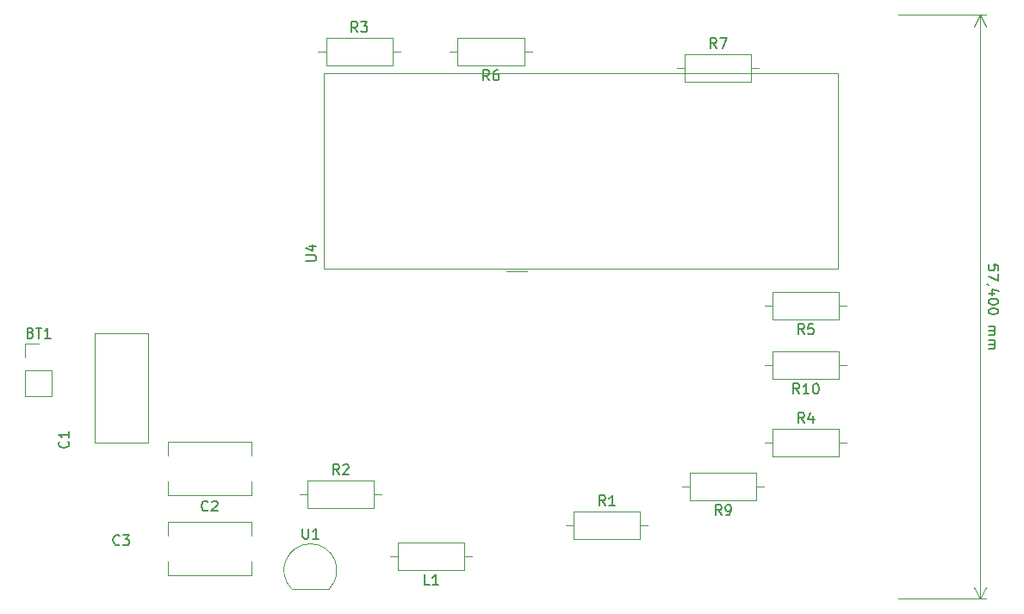
<source format=gbr>
G04 #@! TF.GenerationSoftware,KiCad,Pcbnew,5.1.2-1.fc30*
G04 #@! TF.CreationDate,2019-08-07T12:15:18+02:00*
G04 #@! TF.ProjectId,term,7465726d-2e6b-4696-9361-645f70636258,rev?*
G04 #@! TF.SameCoordinates,Original*
G04 #@! TF.FileFunction,Legend,Top*
G04 #@! TF.FilePolarity,Positive*
%FSLAX46Y46*%
G04 Gerber Fmt 4.6, Leading zero omitted, Abs format (unit mm)*
G04 Created by KiCad (PCBNEW 5.1.2-1.fc30) date 2019-08-07 12:15:18*
%MOMM*%
%LPD*%
G04 APERTURE LIST*
%ADD10C,0.150000*%
%ADD11C,0.120000*%
G04 APERTURE END LIST*
D10*
X230517619Y-96080952D02*
X230517619Y-95604761D01*
X230041428Y-95557142D01*
X230089047Y-95604761D01*
X230136666Y-95700000D01*
X230136666Y-95938095D01*
X230089047Y-96033333D01*
X230041428Y-96080952D01*
X229946190Y-96128571D01*
X229708095Y-96128571D01*
X229612857Y-96080952D01*
X229565238Y-96033333D01*
X229517619Y-95938095D01*
X229517619Y-95700000D01*
X229565238Y-95604761D01*
X229612857Y-95557142D01*
X230517619Y-96461904D02*
X230517619Y-97128571D01*
X229517619Y-96700000D01*
X229565238Y-97557142D02*
X229517619Y-97557142D01*
X229422380Y-97509523D01*
X229374761Y-97461904D01*
X230184285Y-98414285D02*
X229517619Y-98414285D01*
X230565238Y-98176190D02*
X229850952Y-97938095D01*
X229850952Y-98557142D01*
X230517619Y-99128571D02*
X230517619Y-99223809D01*
X230470000Y-99319047D01*
X230422380Y-99366666D01*
X230327142Y-99414285D01*
X230136666Y-99461904D01*
X229898571Y-99461904D01*
X229708095Y-99414285D01*
X229612857Y-99366666D01*
X229565238Y-99319047D01*
X229517619Y-99223809D01*
X229517619Y-99128571D01*
X229565238Y-99033333D01*
X229612857Y-98985714D01*
X229708095Y-98938095D01*
X229898571Y-98890476D01*
X230136666Y-98890476D01*
X230327142Y-98938095D01*
X230422380Y-98985714D01*
X230470000Y-99033333D01*
X230517619Y-99128571D01*
X230517619Y-100080952D02*
X230517619Y-100176190D01*
X230470000Y-100271428D01*
X230422380Y-100319047D01*
X230327142Y-100366666D01*
X230136666Y-100414285D01*
X229898571Y-100414285D01*
X229708095Y-100366666D01*
X229612857Y-100319047D01*
X229565238Y-100271428D01*
X229517619Y-100176190D01*
X229517619Y-100080952D01*
X229565238Y-99985714D01*
X229612857Y-99938095D01*
X229708095Y-99890476D01*
X229898571Y-99842857D01*
X230136666Y-99842857D01*
X230327142Y-99890476D01*
X230422380Y-99938095D01*
X230470000Y-99985714D01*
X230517619Y-100080952D01*
X229517619Y-101604761D02*
X230184285Y-101604761D01*
X230089047Y-101604761D02*
X230136666Y-101652380D01*
X230184285Y-101747619D01*
X230184285Y-101890476D01*
X230136666Y-101985714D01*
X230041428Y-102033333D01*
X229517619Y-102033333D01*
X230041428Y-102033333D02*
X230136666Y-102080952D01*
X230184285Y-102176190D01*
X230184285Y-102319047D01*
X230136666Y-102414285D01*
X230041428Y-102461904D01*
X229517619Y-102461904D01*
X229517619Y-102938095D02*
X230184285Y-102938095D01*
X230089047Y-102938095D02*
X230136666Y-102985714D01*
X230184285Y-103080952D01*
X230184285Y-103223809D01*
X230136666Y-103319047D01*
X230041428Y-103366666D01*
X229517619Y-103366666D01*
X230041428Y-103366666D02*
X230136666Y-103414285D01*
X230184285Y-103509523D01*
X230184285Y-103652380D01*
X230136666Y-103747619D01*
X230041428Y-103795238D01*
X229517619Y-103795238D01*
D11*
X228700000Y-71000000D02*
X228700000Y-128400000D01*
X220700000Y-71000000D02*
X229286421Y-71000000D01*
X220700000Y-128400000D02*
X229286421Y-128400000D01*
X228700000Y-128400000D02*
X228113579Y-127273496D01*
X228700000Y-128400000D02*
X229286421Y-127273496D01*
X228700000Y-71000000D02*
X228113579Y-72126504D01*
X228700000Y-71000000D02*
X229286421Y-72126504D01*
X171720000Y-74600000D02*
X170950000Y-74600000D01*
X163640000Y-74600000D02*
X164410000Y-74600000D01*
X170950000Y-73230000D02*
X164410000Y-73230000D01*
X170950000Y-75970000D02*
X170950000Y-73230000D01*
X164410000Y-75970000D02*
X170950000Y-75970000D01*
X164410000Y-73230000D02*
X164410000Y-75970000D01*
X164214000Y-95980000D02*
X164214000Y-76740000D01*
X164214000Y-95980000D02*
X214754000Y-95980000D01*
X214754000Y-95980000D02*
X214754000Y-76740000D01*
X214754000Y-76740000D02*
X164214000Y-76740000D01*
X182134000Y-96230000D02*
X184134000Y-96230000D01*
X161070000Y-127450000D02*
X164670000Y-127450000D01*
X161031522Y-127438478D02*
G75*
G02X162870000Y-123000000I1838478J1838478D01*
G01*
X164708478Y-127438478D02*
G75*
G03X162870000Y-123000000I-1838478J1838478D01*
G01*
X134814000Y-108518000D02*
X137474000Y-108518000D01*
X134814000Y-105918000D02*
X134814000Y-108518000D01*
X137474000Y-105918000D02*
X137474000Y-108518000D01*
X134814000Y-105918000D02*
X137474000Y-105918000D01*
X134814000Y-104648000D02*
X134814000Y-103318000D01*
X134814000Y-103318000D02*
X136144000Y-103318000D01*
X146892000Y-102286000D02*
X146892000Y-113026000D01*
X141652000Y-102286000D02*
X141652000Y-113026000D01*
X146892000Y-102286000D02*
X141652000Y-102286000D01*
X146892000Y-113026000D02*
X141652000Y-113026000D01*
X148848000Y-114314000D02*
X148848000Y-112950000D01*
X148848000Y-118190000D02*
X148848000Y-116826000D01*
X157088000Y-114314000D02*
X157088000Y-112950000D01*
X157088000Y-118190000D02*
X157088000Y-116826000D01*
X157088000Y-112950000D02*
X148848000Y-112950000D01*
X157088000Y-118190000D02*
X148848000Y-118190000D01*
X157088000Y-126064000D02*
X148848000Y-126064000D01*
X157088000Y-120824000D02*
X148848000Y-120824000D01*
X157088000Y-126064000D02*
X157088000Y-124700000D01*
X157088000Y-122188000D02*
X157088000Y-120824000D01*
X148848000Y-126064000D02*
X148848000Y-124700000D01*
X148848000Y-122188000D02*
X148848000Y-120824000D01*
X170712000Y-124206000D02*
X171482000Y-124206000D01*
X178792000Y-124206000D02*
X178022000Y-124206000D01*
X171482000Y-125576000D02*
X178022000Y-125576000D01*
X171482000Y-122836000D02*
X171482000Y-125576000D01*
X178022000Y-122836000D02*
X171482000Y-122836000D01*
X178022000Y-125576000D02*
X178022000Y-122836000D01*
X188754000Y-119788000D02*
X188754000Y-122528000D01*
X188754000Y-122528000D02*
X195294000Y-122528000D01*
X195294000Y-122528000D02*
X195294000Y-119788000D01*
X195294000Y-119788000D02*
X188754000Y-119788000D01*
X187984000Y-121158000D02*
X188754000Y-121158000D01*
X196064000Y-121158000D02*
X195294000Y-121158000D01*
X169902000Y-118110000D02*
X169132000Y-118110000D01*
X161822000Y-118110000D02*
X162592000Y-118110000D01*
X169132000Y-116740000D02*
X162592000Y-116740000D01*
X169132000Y-119480000D02*
X169132000Y-116740000D01*
X162592000Y-119480000D02*
X169132000Y-119480000D01*
X162592000Y-116740000D02*
X162592000Y-119480000D01*
X208312000Y-111660000D02*
X208312000Y-114400000D01*
X208312000Y-114400000D02*
X214852000Y-114400000D01*
X214852000Y-114400000D02*
X214852000Y-111660000D01*
X214852000Y-111660000D02*
X208312000Y-111660000D01*
X207542000Y-113030000D02*
X208312000Y-113030000D01*
X215622000Y-113030000D02*
X214852000Y-113030000D01*
X207542000Y-99568000D02*
X208312000Y-99568000D01*
X215622000Y-99568000D02*
X214852000Y-99568000D01*
X208312000Y-100938000D02*
X214852000Y-100938000D01*
X208312000Y-98198000D02*
X208312000Y-100938000D01*
X214852000Y-98198000D02*
X208312000Y-98198000D01*
X214852000Y-100938000D02*
X214852000Y-98198000D01*
X183890000Y-75970000D02*
X183890000Y-73230000D01*
X183890000Y-73230000D02*
X177350000Y-73230000D01*
X177350000Y-73230000D02*
X177350000Y-75970000D01*
X177350000Y-75970000D02*
X183890000Y-75970000D01*
X184660000Y-74600000D02*
X183890000Y-74600000D01*
X176580000Y-74600000D02*
X177350000Y-74600000D01*
X199676000Y-74830000D02*
X199676000Y-77570000D01*
X199676000Y-77570000D02*
X206216000Y-77570000D01*
X206216000Y-77570000D02*
X206216000Y-74830000D01*
X206216000Y-74830000D02*
X199676000Y-74830000D01*
X198906000Y-76200000D02*
X199676000Y-76200000D01*
X206986000Y-76200000D02*
X206216000Y-76200000D01*
X199414000Y-117348000D02*
X200184000Y-117348000D01*
X207494000Y-117348000D02*
X206724000Y-117348000D01*
X200184000Y-118718000D02*
X206724000Y-118718000D01*
X200184000Y-115978000D02*
X200184000Y-118718000D01*
X206724000Y-115978000D02*
X200184000Y-115978000D01*
X206724000Y-118718000D02*
X206724000Y-115978000D01*
X214852000Y-106780000D02*
X214852000Y-104040000D01*
X214852000Y-104040000D02*
X208312000Y-104040000D01*
X208312000Y-104040000D02*
X208312000Y-106780000D01*
X208312000Y-106780000D02*
X214852000Y-106780000D01*
X215622000Y-105410000D02*
X214852000Y-105410000D01*
X207542000Y-105410000D02*
X208312000Y-105410000D01*
D10*
X167513333Y-72682380D02*
X167180000Y-72206190D01*
X166941904Y-72682380D02*
X166941904Y-71682380D01*
X167322857Y-71682380D01*
X167418095Y-71730000D01*
X167465714Y-71777619D01*
X167513333Y-71872857D01*
X167513333Y-72015714D01*
X167465714Y-72110952D01*
X167418095Y-72158571D01*
X167322857Y-72206190D01*
X166941904Y-72206190D01*
X167846666Y-71682380D02*
X168465714Y-71682380D01*
X168132380Y-72063333D01*
X168275238Y-72063333D01*
X168370476Y-72110952D01*
X168418095Y-72158571D01*
X168465714Y-72253809D01*
X168465714Y-72491904D01*
X168418095Y-72587142D01*
X168370476Y-72634761D01*
X168275238Y-72682380D01*
X167989523Y-72682380D01*
X167894285Y-72634761D01*
X167846666Y-72587142D01*
X162436380Y-95181904D02*
X163245904Y-95181904D01*
X163341142Y-95134285D01*
X163388761Y-95086666D01*
X163436380Y-94991428D01*
X163436380Y-94800952D01*
X163388761Y-94705714D01*
X163341142Y-94658095D01*
X163245904Y-94610476D01*
X162436380Y-94610476D01*
X162769714Y-93705714D02*
X163436380Y-93705714D01*
X162388761Y-93943809D02*
X163103047Y-94181904D01*
X163103047Y-93562857D01*
X162108095Y-121492380D02*
X162108095Y-122301904D01*
X162155714Y-122397142D01*
X162203333Y-122444761D01*
X162298571Y-122492380D01*
X162489047Y-122492380D01*
X162584285Y-122444761D01*
X162631904Y-122397142D01*
X162679523Y-122301904D01*
X162679523Y-121492380D01*
X163679523Y-122492380D02*
X163108095Y-122492380D01*
X163393809Y-122492380D02*
X163393809Y-121492380D01*
X163298571Y-121635238D01*
X163203333Y-121730476D01*
X163108095Y-121778095D01*
X135358285Y-102246571D02*
X135501142Y-102294190D01*
X135548761Y-102341809D01*
X135596380Y-102437047D01*
X135596380Y-102579904D01*
X135548761Y-102675142D01*
X135501142Y-102722761D01*
X135405904Y-102770380D01*
X135024952Y-102770380D01*
X135024952Y-101770380D01*
X135358285Y-101770380D01*
X135453523Y-101818000D01*
X135501142Y-101865619D01*
X135548761Y-101960857D01*
X135548761Y-102056095D01*
X135501142Y-102151333D01*
X135453523Y-102198952D01*
X135358285Y-102246571D01*
X135024952Y-102246571D01*
X135882095Y-101770380D02*
X136453523Y-101770380D01*
X136167809Y-102770380D02*
X136167809Y-101770380D01*
X137310666Y-102770380D02*
X136739238Y-102770380D01*
X137024952Y-102770380D02*
X137024952Y-101770380D01*
X136929714Y-101913238D01*
X136834476Y-102008476D01*
X136739238Y-102056095D01*
X139041142Y-112942666D02*
X139088761Y-112990285D01*
X139136380Y-113133142D01*
X139136380Y-113228380D01*
X139088761Y-113371238D01*
X138993523Y-113466476D01*
X138898285Y-113514095D01*
X138707809Y-113561714D01*
X138564952Y-113561714D01*
X138374476Y-113514095D01*
X138279238Y-113466476D01*
X138184000Y-113371238D01*
X138136380Y-113228380D01*
X138136380Y-113133142D01*
X138184000Y-112990285D01*
X138231619Y-112942666D01*
X139136380Y-111990285D02*
X139136380Y-112561714D01*
X139136380Y-112276000D02*
X138136380Y-112276000D01*
X138279238Y-112371238D01*
X138374476Y-112466476D01*
X138422095Y-112561714D01*
X152801333Y-119677142D02*
X152753714Y-119724761D01*
X152610857Y-119772380D01*
X152515619Y-119772380D01*
X152372761Y-119724761D01*
X152277523Y-119629523D01*
X152229904Y-119534285D01*
X152182285Y-119343809D01*
X152182285Y-119200952D01*
X152229904Y-119010476D01*
X152277523Y-118915238D01*
X152372761Y-118820000D01*
X152515619Y-118772380D01*
X152610857Y-118772380D01*
X152753714Y-118820000D01*
X152801333Y-118867619D01*
X153182285Y-118867619D02*
X153229904Y-118820000D01*
X153325142Y-118772380D01*
X153563238Y-118772380D01*
X153658476Y-118820000D01*
X153706095Y-118867619D01*
X153753714Y-118962857D01*
X153753714Y-119058095D01*
X153706095Y-119200952D01*
X153134666Y-119772380D01*
X153753714Y-119772380D01*
X144105333Y-123039142D02*
X144057714Y-123086761D01*
X143914857Y-123134380D01*
X143819619Y-123134380D01*
X143676761Y-123086761D01*
X143581523Y-122991523D01*
X143533904Y-122896285D01*
X143486285Y-122705809D01*
X143486285Y-122562952D01*
X143533904Y-122372476D01*
X143581523Y-122277238D01*
X143676761Y-122182000D01*
X143819619Y-122134380D01*
X143914857Y-122134380D01*
X144057714Y-122182000D01*
X144105333Y-122229619D01*
X144438666Y-122134380D02*
X145057714Y-122134380D01*
X144724380Y-122515333D01*
X144867238Y-122515333D01*
X144962476Y-122562952D01*
X145010095Y-122610571D01*
X145057714Y-122705809D01*
X145057714Y-122943904D01*
X145010095Y-123039142D01*
X144962476Y-123086761D01*
X144867238Y-123134380D01*
X144581523Y-123134380D01*
X144486285Y-123086761D01*
X144438666Y-123039142D01*
X174585333Y-127028380D02*
X174109142Y-127028380D01*
X174109142Y-126028380D01*
X175442476Y-127028380D02*
X174871047Y-127028380D01*
X175156761Y-127028380D02*
X175156761Y-126028380D01*
X175061523Y-126171238D01*
X174966285Y-126266476D01*
X174871047Y-126314095D01*
X191857333Y-119240380D02*
X191524000Y-118764190D01*
X191285904Y-119240380D02*
X191285904Y-118240380D01*
X191666857Y-118240380D01*
X191762095Y-118288000D01*
X191809714Y-118335619D01*
X191857333Y-118430857D01*
X191857333Y-118573714D01*
X191809714Y-118668952D01*
X191762095Y-118716571D01*
X191666857Y-118764190D01*
X191285904Y-118764190D01*
X192809714Y-119240380D02*
X192238285Y-119240380D01*
X192524000Y-119240380D02*
X192524000Y-118240380D01*
X192428761Y-118383238D01*
X192333523Y-118478476D01*
X192238285Y-118526095D01*
X165695333Y-116192380D02*
X165362000Y-115716190D01*
X165123904Y-116192380D02*
X165123904Y-115192380D01*
X165504857Y-115192380D01*
X165600095Y-115240000D01*
X165647714Y-115287619D01*
X165695333Y-115382857D01*
X165695333Y-115525714D01*
X165647714Y-115620952D01*
X165600095Y-115668571D01*
X165504857Y-115716190D01*
X165123904Y-115716190D01*
X166076285Y-115287619D02*
X166123904Y-115240000D01*
X166219142Y-115192380D01*
X166457238Y-115192380D01*
X166552476Y-115240000D01*
X166600095Y-115287619D01*
X166647714Y-115382857D01*
X166647714Y-115478095D01*
X166600095Y-115620952D01*
X166028666Y-116192380D01*
X166647714Y-116192380D01*
X211415333Y-111112380D02*
X211082000Y-110636190D01*
X210843904Y-111112380D02*
X210843904Y-110112380D01*
X211224857Y-110112380D01*
X211320095Y-110160000D01*
X211367714Y-110207619D01*
X211415333Y-110302857D01*
X211415333Y-110445714D01*
X211367714Y-110540952D01*
X211320095Y-110588571D01*
X211224857Y-110636190D01*
X210843904Y-110636190D01*
X212272476Y-110445714D02*
X212272476Y-111112380D01*
X212034380Y-110064761D02*
X211796285Y-110779047D01*
X212415333Y-110779047D01*
X211415333Y-102390380D02*
X211082000Y-101914190D01*
X210843904Y-102390380D02*
X210843904Y-101390380D01*
X211224857Y-101390380D01*
X211320095Y-101438000D01*
X211367714Y-101485619D01*
X211415333Y-101580857D01*
X211415333Y-101723714D01*
X211367714Y-101818952D01*
X211320095Y-101866571D01*
X211224857Y-101914190D01*
X210843904Y-101914190D01*
X212320095Y-101390380D02*
X211843904Y-101390380D01*
X211796285Y-101866571D01*
X211843904Y-101818952D01*
X211939142Y-101771333D01*
X212177238Y-101771333D01*
X212272476Y-101818952D01*
X212320095Y-101866571D01*
X212367714Y-101961809D01*
X212367714Y-102199904D01*
X212320095Y-102295142D01*
X212272476Y-102342761D01*
X212177238Y-102390380D01*
X211939142Y-102390380D01*
X211843904Y-102342761D01*
X211796285Y-102295142D01*
X180453333Y-77422380D02*
X180120000Y-76946190D01*
X179881904Y-77422380D02*
X179881904Y-76422380D01*
X180262857Y-76422380D01*
X180358095Y-76470000D01*
X180405714Y-76517619D01*
X180453333Y-76612857D01*
X180453333Y-76755714D01*
X180405714Y-76850952D01*
X180358095Y-76898571D01*
X180262857Y-76946190D01*
X179881904Y-76946190D01*
X181310476Y-76422380D02*
X181120000Y-76422380D01*
X181024761Y-76470000D01*
X180977142Y-76517619D01*
X180881904Y-76660476D01*
X180834285Y-76850952D01*
X180834285Y-77231904D01*
X180881904Y-77327142D01*
X180929523Y-77374761D01*
X181024761Y-77422380D01*
X181215238Y-77422380D01*
X181310476Y-77374761D01*
X181358095Y-77327142D01*
X181405714Y-77231904D01*
X181405714Y-76993809D01*
X181358095Y-76898571D01*
X181310476Y-76850952D01*
X181215238Y-76803333D01*
X181024761Y-76803333D01*
X180929523Y-76850952D01*
X180881904Y-76898571D01*
X180834285Y-76993809D01*
X202779333Y-74282380D02*
X202446000Y-73806190D01*
X202207904Y-74282380D02*
X202207904Y-73282380D01*
X202588857Y-73282380D01*
X202684095Y-73330000D01*
X202731714Y-73377619D01*
X202779333Y-73472857D01*
X202779333Y-73615714D01*
X202731714Y-73710952D01*
X202684095Y-73758571D01*
X202588857Y-73806190D01*
X202207904Y-73806190D01*
X203112666Y-73282380D02*
X203779333Y-73282380D01*
X203350761Y-74282380D01*
X203287333Y-120170380D02*
X202954000Y-119694190D01*
X202715904Y-120170380D02*
X202715904Y-119170380D01*
X203096857Y-119170380D01*
X203192095Y-119218000D01*
X203239714Y-119265619D01*
X203287333Y-119360857D01*
X203287333Y-119503714D01*
X203239714Y-119598952D01*
X203192095Y-119646571D01*
X203096857Y-119694190D01*
X202715904Y-119694190D01*
X203763523Y-120170380D02*
X203954000Y-120170380D01*
X204049238Y-120122761D01*
X204096857Y-120075142D01*
X204192095Y-119932285D01*
X204239714Y-119741809D01*
X204239714Y-119360857D01*
X204192095Y-119265619D01*
X204144476Y-119218000D01*
X204049238Y-119170380D01*
X203858761Y-119170380D01*
X203763523Y-119218000D01*
X203715904Y-119265619D01*
X203668285Y-119360857D01*
X203668285Y-119598952D01*
X203715904Y-119694190D01*
X203763523Y-119741809D01*
X203858761Y-119789428D01*
X204049238Y-119789428D01*
X204144476Y-119741809D01*
X204192095Y-119694190D01*
X204239714Y-119598952D01*
X210939142Y-108232380D02*
X210605809Y-107756190D01*
X210367714Y-108232380D02*
X210367714Y-107232380D01*
X210748666Y-107232380D01*
X210843904Y-107280000D01*
X210891523Y-107327619D01*
X210939142Y-107422857D01*
X210939142Y-107565714D01*
X210891523Y-107660952D01*
X210843904Y-107708571D01*
X210748666Y-107756190D01*
X210367714Y-107756190D01*
X211891523Y-108232380D02*
X211320095Y-108232380D01*
X211605809Y-108232380D02*
X211605809Y-107232380D01*
X211510571Y-107375238D01*
X211415333Y-107470476D01*
X211320095Y-107518095D01*
X212510571Y-107232380D02*
X212605809Y-107232380D01*
X212701047Y-107280000D01*
X212748666Y-107327619D01*
X212796285Y-107422857D01*
X212843904Y-107613333D01*
X212843904Y-107851428D01*
X212796285Y-108041904D01*
X212748666Y-108137142D01*
X212701047Y-108184761D01*
X212605809Y-108232380D01*
X212510571Y-108232380D01*
X212415333Y-108184761D01*
X212367714Y-108137142D01*
X212320095Y-108041904D01*
X212272476Y-107851428D01*
X212272476Y-107613333D01*
X212320095Y-107422857D01*
X212367714Y-107327619D01*
X212415333Y-107280000D01*
X212510571Y-107232380D01*
M02*

</source>
